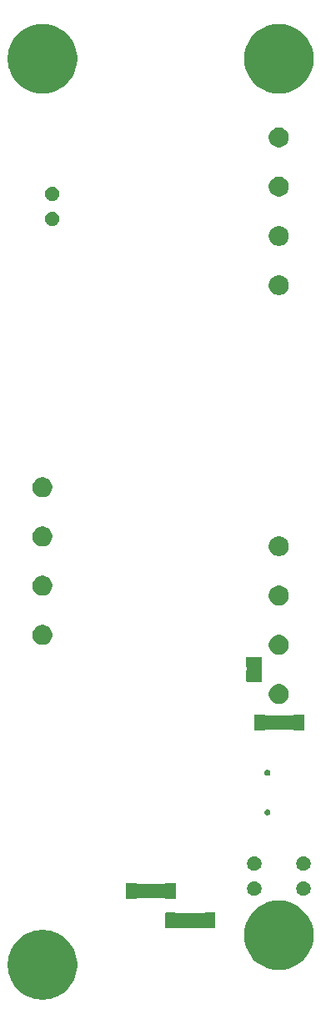
<source format=gbr>
%TF.GenerationSoftware,KiCad,Pcbnew,9.0.1*%
%TF.CreationDate,2025-04-20T11:30:14-04:00*%
%TF.ProjectId,ardentis,61726465-6e74-4697-932e-6b696361645f,A*%
%TF.SameCoordinates,Original*%
%TF.FileFunction,Soldermask,Bot*%
%TF.FilePolarity,Negative*%
%FSLAX46Y46*%
G04 Gerber Fmt 4.6, Leading zero omitted, Abs format (unit mm)*
G04 Created by KiCad (PCBNEW 9.0.1) date 2025-04-20 11:30:14*
%MOMM*%
%LPD*%
G01*
G04 APERTURE LIST*
G04 APERTURE END LIST*
G36*
X123019132Y-121500294D02*
G01*
X123359664Y-121568029D01*
X123691916Y-121668817D01*
X124012690Y-121801686D01*
X124318896Y-121965356D01*
X124607584Y-122158252D01*
X124875976Y-122378515D01*
X125121485Y-122624024D01*
X125341748Y-122892416D01*
X125534644Y-123181104D01*
X125698314Y-123487310D01*
X125831183Y-123808084D01*
X125931971Y-124140336D01*
X125999706Y-124480868D01*
X126033738Y-124826399D01*
X126033738Y-125173601D01*
X125999706Y-125519132D01*
X125931971Y-125859664D01*
X125831183Y-126191916D01*
X125698314Y-126512690D01*
X125534644Y-126818896D01*
X125341748Y-127107584D01*
X125121485Y-127375976D01*
X124875976Y-127621485D01*
X124607584Y-127841748D01*
X124318896Y-128034644D01*
X124012690Y-128198314D01*
X123691916Y-128331183D01*
X123359664Y-128431971D01*
X123019132Y-128499706D01*
X122673601Y-128533738D01*
X122326399Y-128533738D01*
X121980868Y-128499706D01*
X121640336Y-128431971D01*
X121308084Y-128331183D01*
X120987310Y-128198314D01*
X120681104Y-128034644D01*
X120392416Y-127841748D01*
X120124024Y-127621485D01*
X119878515Y-127375976D01*
X119658252Y-127107584D01*
X119465356Y-126818896D01*
X119301686Y-126512690D01*
X119168817Y-126191916D01*
X119068029Y-125859664D01*
X119000294Y-125519132D01*
X118966262Y-125173601D01*
X118966262Y-124826399D01*
X119000294Y-124480868D01*
X119068029Y-124140336D01*
X119168817Y-123808084D01*
X119301686Y-123487310D01*
X119465356Y-123181104D01*
X119658252Y-122892416D01*
X119878515Y-122624024D01*
X120124024Y-122378515D01*
X120392416Y-122158252D01*
X120681104Y-121965356D01*
X120987310Y-121801686D01*
X121308084Y-121668817D01*
X121640336Y-121568029D01*
X121980868Y-121500294D01*
X122326399Y-121466262D01*
X122673601Y-121466262D01*
X123019132Y-121500294D01*
G37*
G36*
X147019132Y-118500294D02*
G01*
X147359664Y-118568029D01*
X147691916Y-118668817D01*
X148012690Y-118801686D01*
X148318896Y-118965356D01*
X148607584Y-119158252D01*
X148875976Y-119378515D01*
X149121485Y-119624024D01*
X149341748Y-119892416D01*
X149534644Y-120181104D01*
X149698314Y-120487310D01*
X149831183Y-120808084D01*
X149931971Y-121140336D01*
X149999706Y-121480868D01*
X150033738Y-121826399D01*
X150033738Y-122173601D01*
X149999706Y-122519132D01*
X149931971Y-122859664D01*
X149831183Y-123191916D01*
X149698314Y-123512690D01*
X149534644Y-123818896D01*
X149341748Y-124107584D01*
X149121485Y-124375976D01*
X148875976Y-124621485D01*
X148607584Y-124841748D01*
X148318896Y-125034644D01*
X148012690Y-125198314D01*
X147691916Y-125331183D01*
X147359664Y-125431971D01*
X147019132Y-125499706D01*
X146673601Y-125533738D01*
X146326399Y-125533738D01*
X145980868Y-125499706D01*
X145640336Y-125431971D01*
X145308084Y-125331183D01*
X144987310Y-125198314D01*
X144681104Y-125034644D01*
X144392416Y-124841748D01*
X144124024Y-124621485D01*
X143878515Y-124375976D01*
X143658252Y-124107584D01*
X143465356Y-123818896D01*
X143301686Y-123512690D01*
X143168817Y-123191916D01*
X143068029Y-122859664D01*
X143000294Y-122519132D01*
X142966262Y-122173601D01*
X142966262Y-121826399D01*
X143000294Y-121480868D01*
X143068029Y-121140336D01*
X143168817Y-120808084D01*
X143301686Y-120487310D01*
X143465356Y-120181104D01*
X143658252Y-119892416D01*
X143878515Y-119624024D01*
X144124024Y-119378515D01*
X144392416Y-119158252D01*
X144681104Y-118965356D01*
X144987310Y-118801686D01*
X145308084Y-118668817D01*
X145640336Y-118568029D01*
X145980868Y-118500294D01*
X146326399Y-118466262D01*
X146673601Y-118466262D01*
X147019132Y-118500294D01*
G37*
G36*
X136030406Y-119719594D02*
G01*
X136035778Y-119726148D01*
X136038239Y-119729840D01*
X136038243Y-119729844D01*
X136043797Y-119738171D01*
X136065903Y-119750000D01*
X138934097Y-119750000D01*
X138956203Y-119738171D01*
X138959825Y-119732739D01*
X138959831Y-119732733D01*
X138964222Y-119726148D01*
X138991567Y-119707835D01*
X139000000Y-119707000D01*
X140000000Y-119707000D01*
X140030406Y-119719594D01*
X140037000Y-119735514D01*
X140040942Y-119740940D01*
X140041991Y-119747564D01*
X140043000Y-119750000D01*
X140043000Y-121250000D01*
X140030406Y-121280406D01*
X140014482Y-121287001D01*
X140009059Y-121290942D01*
X140002435Y-121291991D01*
X140000000Y-121293000D01*
X139996067Y-121293000D01*
X139007919Y-121293000D01*
X139000000Y-121293000D01*
X138969594Y-121280406D01*
X138964222Y-121273852D01*
X138961760Y-121270159D01*
X138961756Y-121270155D01*
X138956203Y-121261829D01*
X138934097Y-121250000D01*
X136065903Y-121250000D01*
X136043797Y-121261829D01*
X136040174Y-121267260D01*
X136040171Y-121267262D01*
X136035778Y-121273852D01*
X136008433Y-121292165D01*
X136000000Y-121293000D01*
X135995555Y-121293000D01*
X135007919Y-121293000D01*
X135000000Y-121293000D01*
X134969594Y-121280406D01*
X134962999Y-121264485D01*
X134959057Y-121259059D01*
X134958008Y-121252434D01*
X134957000Y-121250000D01*
X134957000Y-119750000D01*
X134969594Y-119719594D01*
X134985511Y-119713000D01*
X134990940Y-119709057D01*
X134997566Y-119708007D01*
X135000000Y-119707000D01*
X136000000Y-119707000D01*
X136030406Y-119719594D01*
G37*
G36*
X132030406Y-116719594D02*
G01*
X132035778Y-116726148D01*
X132038239Y-116729840D01*
X132038243Y-116729844D01*
X132043797Y-116738171D01*
X132065903Y-116750000D01*
X134934097Y-116750000D01*
X134956203Y-116738171D01*
X134959825Y-116732739D01*
X134959831Y-116732733D01*
X134964222Y-116726148D01*
X134991567Y-116707835D01*
X135000000Y-116707000D01*
X136000000Y-116707000D01*
X136030406Y-116719594D01*
X136037000Y-116735514D01*
X136040942Y-116740940D01*
X136041991Y-116747564D01*
X136043000Y-116750000D01*
X136043000Y-118250000D01*
X136030406Y-118280406D01*
X136014482Y-118287001D01*
X136009059Y-118290942D01*
X136002435Y-118291991D01*
X136000000Y-118293000D01*
X135996067Y-118293000D01*
X135007919Y-118293000D01*
X135000000Y-118293000D01*
X134969594Y-118280406D01*
X134964222Y-118273852D01*
X134961760Y-118270159D01*
X134961756Y-118270155D01*
X134956203Y-118261829D01*
X134934097Y-118250000D01*
X132065903Y-118250000D01*
X132043797Y-118261829D01*
X132040174Y-118267260D01*
X132040171Y-118267262D01*
X132035778Y-118273852D01*
X132008433Y-118292165D01*
X132000000Y-118293000D01*
X131995555Y-118293000D01*
X131007919Y-118293000D01*
X131000000Y-118293000D01*
X130969594Y-118280406D01*
X130962999Y-118264485D01*
X130959057Y-118259059D01*
X130958008Y-118252434D01*
X130957000Y-118250000D01*
X130957000Y-116750000D01*
X130969594Y-116719594D01*
X130985511Y-116713000D01*
X130990940Y-116709057D01*
X130997566Y-116708007D01*
X131000000Y-116707000D01*
X132000000Y-116707000D01*
X132030406Y-116719594D01*
G37*
G36*
X144214230Y-116543778D02*
G01*
X144347891Y-116599142D01*
X144468182Y-116679518D01*
X144570482Y-116781818D01*
X144650858Y-116902109D01*
X144706222Y-117035770D01*
X144734446Y-117177663D01*
X144734446Y-117322337D01*
X144706222Y-117464230D01*
X144650858Y-117597891D01*
X144570482Y-117718182D01*
X144468182Y-117820482D01*
X144347891Y-117900858D01*
X144214230Y-117956222D01*
X144072337Y-117984446D01*
X143927663Y-117984446D01*
X143785770Y-117956222D01*
X143652109Y-117900858D01*
X143531818Y-117820482D01*
X143429518Y-117718182D01*
X143349142Y-117597891D01*
X143293778Y-117464230D01*
X143265554Y-117322337D01*
X143265554Y-117177663D01*
X143293778Y-117035770D01*
X143349142Y-116902109D01*
X143429518Y-116781818D01*
X143531818Y-116679518D01*
X143652109Y-116599142D01*
X143785770Y-116543778D01*
X143927663Y-116515554D01*
X144072337Y-116515554D01*
X144214230Y-116543778D01*
G37*
G36*
X149214230Y-116543778D02*
G01*
X149347891Y-116599142D01*
X149468182Y-116679518D01*
X149570482Y-116781818D01*
X149650858Y-116902109D01*
X149706222Y-117035770D01*
X149734446Y-117177663D01*
X149734446Y-117322337D01*
X149706222Y-117464230D01*
X149650858Y-117597891D01*
X149570482Y-117718182D01*
X149468182Y-117820482D01*
X149347891Y-117900858D01*
X149214230Y-117956222D01*
X149072337Y-117984446D01*
X148927663Y-117984446D01*
X148785770Y-117956222D01*
X148652109Y-117900858D01*
X148531818Y-117820482D01*
X148429518Y-117718182D01*
X148349142Y-117597891D01*
X148293778Y-117464230D01*
X148265554Y-117322337D01*
X148265554Y-117177663D01*
X148293778Y-117035770D01*
X148349142Y-116902109D01*
X148429518Y-116781818D01*
X148531818Y-116679518D01*
X148652109Y-116599142D01*
X148785770Y-116543778D01*
X148927663Y-116515554D01*
X149072337Y-116515554D01*
X149214230Y-116543778D01*
G37*
G36*
X144214230Y-114003778D02*
G01*
X144347891Y-114059142D01*
X144468182Y-114139518D01*
X144570482Y-114241818D01*
X144650858Y-114362109D01*
X144706222Y-114495770D01*
X144734446Y-114637663D01*
X144734446Y-114782337D01*
X144706222Y-114924230D01*
X144650858Y-115057891D01*
X144570482Y-115178182D01*
X144468182Y-115280482D01*
X144347891Y-115360858D01*
X144214230Y-115416222D01*
X144072337Y-115444446D01*
X143927663Y-115444446D01*
X143785770Y-115416222D01*
X143652109Y-115360858D01*
X143531818Y-115280482D01*
X143429518Y-115178182D01*
X143349142Y-115057891D01*
X143293778Y-114924230D01*
X143265554Y-114782337D01*
X143265554Y-114637663D01*
X143293778Y-114495770D01*
X143349142Y-114362109D01*
X143429518Y-114241818D01*
X143531818Y-114139518D01*
X143652109Y-114059142D01*
X143785770Y-114003778D01*
X143927663Y-113975554D01*
X144072337Y-113975554D01*
X144214230Y-114003778D01*
G37*
G36*
X149214230Y-114003778D02*
G01*
X149347891Y-114059142D01*
X149468182Y-114139518D01*
X149570482Y-114241818D01*
X149650858Y-114362109D01*
X149706222Y-114495770D01*
X149734446Y-114637663D01*
X149734446Y-114782337D01*
X149706222Y-114924230D01*
X149650858Y-115057891D01*
X149570482Y-115178182D01*
X149468182Y-115280482D01*
X149347891Y-115360858D01*
X149214230Y-115416222D01*
X149072337Y-115444446D01*
X148927663Y-115444446D01*
X148785770Y-115416222D01*
X148652109Y-115360858D01*
X148531818Y-115280482D01*
X148429518Y-115178182D01*
X148349142Y-115057891D01*
X148293778Y-114924230D01*
X148265554Y-114782337D01*
X148265554Y-114637663D01*
X148293778Y-114495770D01*
X148349142Y-114362109D01*
X148429518Y-114241818D01*
X148531818Y-114139518D01*
X148652109Y-114059142D01*
X148785770Y-114003778D01*
X148927663Y-113975554D01*
X149072337Y-113975554D01*
X149214230Y-114003778D01*
G37*
G36*
X145469780Y-109210826D02*
G01*
X145540542Y-109251680D01*
X145598320Y-109309458D01*
X145639174Y-109380220D01*
X145660322Y-109459145D01*
X145660322Y-109540855D01*
X145639174Y-109619780D01*
X145598320Y-109690542D01*
X145540542Y-109748320D01*
X145469780Y-109789174D01*
X145390855Y-109810322D01*
X145309145Y-109810322D01*
X145230220Y-109789174D01*
X145159458Y-109748320D01*
X145101680Y-109690542D01*
X145060826Y-109619780D01*
X145039678Y-109540855D01*
X145039678Y-109459145D01*
X145060826Y-109380220D01*
X145101680Y-109309458D01*
X145159458Y-109251680D01*
X145230220Y-109210826D01*
X145309145Y-109189678D01*
X145390855Y-109189678D01*
X145469780Y-109210826D01*
G37*
G36*
X145469780Y-105210826D02*
G01*
X145540542Y-105251680D01*
X145598320Y-105309458D01*
X145639174Y-105380220D01*
X145660322Y-105459145D01*
X145660322Y-105540855D01*
X145639174Y-105619780D01*
X145598320Y-105690542D01*
X145540542Y-105748320D01*
X145469780Y-105789174D01*
X145390855Y-105810322D01*
X145309145Y-105810322D01*
X145230220Y-105789174D01*
X145159458Y-105748320D01*
X145101680Y-105690542D01*
X145060826Y-105619780D01*
X145039678Y-105540855D01*
X145039678Y-105459145D01*
X145060826Y-105380220D01*
X145101680Y-105309458D01*
X145159458Y-105251680D01*
X145230220Y-105210826D01*
X145309145Y-105189678D01*
X145390855Y-105189678D01*
X145469780Y-105210826D01*
G37*
G36*
X145080406Y-99619594D02*
G01*
X145085778Y-99626148D01*
X145088239Y-99629840D01*
X145088243Y-99629844D01*
X145093797Y-99638171D01*
X145115903Y-99650000D01*
X147984097Y-99650000D01*
X148006203Y-99638171D01*
X148009825Y-99632739D01*
X148009831Y-99632733D01*
X148014222Y-99626148D01*
X148041567Y-99607835D01*
X148050000Y-99607000D01*
X149050000Y-99607000D01*
X149080406Y-99619594D01*
X149087000Y-99635514D01*
X149090942Y-99640940D01*
X149091991Y-99647564D01*
X149093000Y-99650000D01*
X149093000Y-101150000D01*
X149080406Y-101180406D01*
X149064482Y-101187001D01*
X149059059Y-101190942D01*
X149052435Y-101191991D01*
X149050000Y-101193000D01*
X149046067Y-101193000D01*
X148057919Y-101193000D01*
X148050000Y-101193000D01*
X148019594Y-101180406D01*
X148014222Y-101173852D01*
X148011760Y-101170159D01*
X148011756Y-101170155D01*
X148006203Y-101161829D01*
X147984097Y-101150000D01*
X145115903Y-101150000D01*
X145093797Y-101161829D01*
X145090174Y-101167260D01*
X145090171Y-101167262D01*
X145085778Y-101173852D01*
X145058433Y-101192165D01*
X145050000Y-101193000D01*
X145045555Y-101193000D01*
X144057919Y-101193000D01*
X144050000Y-101193000D01*
X144019594Y-101180406D01*
X144012999Y-101164485D01*
X144009057Y-101159059D01*
X144008008Y-101152434D01*
X144007000Y-101150000D01*
X144007000Y-99650000D01*
X144019594Y-99619594D01*
X144035511Y-99613000D01*
X144040940Y-99609057D01*
X144047566Y-99608007D01*
X144050000Y-99607000D01*
X145050000Y-99607000D01*
X145080406Y-99619594D01*
G37*
G36*
X146794058Y-96530619D02*
G01*
X146977525Y-96606614D01*
X147142640Y-96716940D01*
X147283060Y-96857360D01*
X147393386Y-97022475D01*
X147469381Y-97205942D01*
X147508122Y-97400709D01*
X147508122Y-97599291D01*
X147469381Y-97794058D01*
X147393386Y-97977525D01*
X147283060Y-98142640D01*
X147142640Y-98283060D01*
X146977525Y-98393386D01*
X146794058Y-98469381D01*
X146599291Y-98508122D01*
X146400709Y-98508122D01*
X146205942Y-98469381D01*
X146022475Y-98393386D01*
X145857360Y-98283060D01*
X145716940Y-98142640D01*
X145606614Y-97977525D01*
X145530619Y-97794058D01*
X145491878Y-97599291D01*
X145491878Y-97400709D01*
X145530619Y-97205942D01*
X145606614Y-97022475D01*
X145716940Y-96857360D01*
X145857360Y-96716940D01*
X146022475Y-96606614D01*
X146205942Y-96530619D01*
X146400709Y-96491878D01*
X146599291Y-96491878D01*
X146794058Y-96530619D01*
G37*
G36*
X144780406Y-93744594D02*
G01*
X144787000Y-93760514D01*
X144790942Y-93765940D01*
X144791991Y-93772564D01*
X144793000Y-93775000D01*
X144793000Y-94775000D01*
X144780406Y-94805406D01*
X144773852Y-94810778D01*
X144761835Y-94818789D01*
X144750000Y-94840896D01*
X144750000Y-95014883D01*
X144766046Y-95037933D01*
X144772742Y-95042418D01*
X144775059Y-95043276D01*
X144775894Y-95044528D01*
X144785778Y-95051148D01*
X144790329Y-95066180D01*
X144791568Y-95068038D01*
X144792132Y-95072136D01*
X144793000Y-95075000D01*
X144793000Y-96225000D01*
X144780406Y-96255406D01*
X144764482Y-96262001D01*
X144759059Y-96265942D01*
X144752435Y-96266991D01*
X144750000Y-96268000D01*
X144746067Y-96268000D01*
X143257919Y-96268000D01*
X143250000Y-96268000D01*
X143219594Y-96255406D01*
X143212999Y-96239485D01*
X143209057Y-96234059D01*
X143208008Y-96227434D01*
X143207000Y-96225000D01*
X143207000Y-95075000D01*
X143219594Y-95044594D01*
X143235510Y-95038001D01*
X143239101Y-95035393D01*
X143250000Y-95014002D01*
X143250000Y-94840896D01*
X143238164Y-94818789D01*
X143226148Y-94810778D01*
X143207835Y-94783433D01*
X143207000Y-94775000D01*
X143207000Y-93775000D01*
X143219594Y-93744594D01*
X143235511Y-93738000D01*
X143240940Y-93734057D01*
X143247566Y-93733007D01*
X143250000Y-93732000D01*
X144750000Y-93732000D01*
X144780406Y-93744594D01*
G37*
G36*
X146794058Y-91530619D02*
G01*
X146977525Y-91606614D01*
X147142640Y-91716940D01*
X147283060Y-91857360D01*
X147393386Y-92022475D01*
X147469381Y-92205942D01*
X147508122Y-92400709D01*
X147508122Y-92599291D01*
X147469381Y-92794058D01*
X147393386Y-92977525D01*
X147283060Y-93142640D01*
X147142640Y-93283060D01*
X146977525Y-93393386D01*
X146794058Y-93469381D01*
X146599291Y-93508122D01*
X146400709Y-93508122D01*
X146205942Y-93469381D01*
X146022475Y-93393386D01*
X145857360Y-93283060D01*
X145716940Y-93142640D01*
X145606614Y-92977525D01*
X145530619Y-92794058D01*
X145491878Y-92599291D01*
X145491878Y-92400709D01*
X145530619Y-92205942D01*
X145606614Y-92022475D01*
X145716940Y-91857360D01*
X145857360Y-91716940D01*
X146022475Y-91606614D01*
X146205942Y-91530619D01*
X146400709Y-91491878D01*
X146599291Y-91491878D01*
X146794058Y-91530619D01*
G37*
G36*
X122794058Y-90530619D02*
G01*
X122977525Y-90606614D01*
X123142640Y-90716940D01*
X123283060Y-90857360D01*
X123393386Y-91022475D01*
X123469381Y-91205942D01*
X123508122Y-91400709D01*
X123508122Y-91599291D01*
X123469381Y-91794058D01*
X123393386Y-91977525D01*
X123283060Y-92142640D01*
X123142640Y-92283060D01*
X122977525Y-92393386D01*
X122794058Y-92469381D01*
X122599291Y-92508122D01*
X122400709Y-92508122D01*
X122205942Y-92469381D01*
X122022475Y-92393386D01*
X121857360Y-92283060D01*
X121716940Y-92142640D01*
X121606614Y-91977525D01*
X121530619Y-91794058D01*
X121491878Y-91599291D01*
X121491878Y-91400709D01*
X121530619Y-91205942D01*
X121606614Y-91022475D01*
X121716940Y-90857360D01*
X121857360Y-90716940D01*
X122022475Y-90606614D01*
X122205942Y-90530619D01*
X122400709Y-90491878D01*
X122599291Y-90491878D01*
X122794058Y-90530619D01*
G37*
G36*
X146794058Y-86530619D02*
G01*
X146977525Y-86606614D01*
X147142640Y-86716940D01*
X147283060Y-86857360D01*
X147393386Y-87022475D01*
X147469381Y-87205942D01*
X147508122Y-87400709D01*
X147508122Y-87599291D01*
X147469381Y-87794058D01*
X147393386Y-87977525D01*
X147283060Y-88142640D01*
X147142640Y-88283060D01*
X146977525Y-88393386D01*
X146794058Y-88469381D01*
X146599291Y-88508122D01*
X146400709Y-88508122D01*
X146205942Y-88469381D01*
X146022475Y-88393386D01*
X145857360Y-88283060D01*
X145716940Y-88142640D01*
X145606614Y-87977525D01*
X145530619Y-87794058D01*
X145491878Y-87599291D01*
X145491878Y-87400709D01*
X145530619Y-87205942D01*
X145606614Y-87022475D01*
X145716940Y-86857360D01*
X145857360Y-86716940D01*
X146022475Y-86606614D01*
X146205942Y-86530619D01*
X146400709Y-86491878D01*
X146599291Y-86491878D01*
X146794058Y-86530619D01*
G37*
G36*
X122794058Y-85530619D02*
G01*
X122977525Y-85606614D01*
X123142640Y-85716940D01*
X123283060Y-85857360D01*
X123393386Y-86022475D01*
X123469381Y-86205942D01*
X123508122Y-86400709D01*
X123508122Y-86599291D01*
X123469381Y-86794058D01*
X123393386Y-86977525D01*
X123283060Y-87142640D01*
X123142640Y-87283060D01*
X122977525Y-87393386D01*
X122794058Y-87469381D01*
X122599291Y-87508122D01*
X122400709Y-87508122D01*
X122205942Y-87469381D01*
X122022475Y-87393386D01*
X121857360Y-87283060D01*
X121716940Y-87142640D01*
X121606614Y-86977525D01*
X121530619Y-86794058D01*
X121491878Y-86599291D01*
X121491878Y-86400709D01*
X121530619Y-86205942D01*
X121606614Y-86022475D01*
X121716940Y-85857360D01*
X121857360Y-85716940D01*
X122022475Y-85606614D01*
X122205942Y-85530619D01*
X122400709Y-85491878D01*
X122599291Y-85491878D01*
X122794058Y-85530619D01*
G37*
G36*
X146794058Y-81530619D02*
G01*
X146977525Y-81606614D01*
X147142640Y-81716940D01*
X147283060Y-81857360D01*
X147393386Y-82022475D01*
X147469381Y-82205942D01*
X147508122Y-82400709D01*
X147508122Y-82599291D01*
X147469381Y-82794058D01*
X147393386Y-82977525D01*
X147283060Y-83142640D01*
X147142640Y-83283060D01*
X146977525Y-83393386D01*
X146794058Y-83469381D01*
X146599291Y-83508122D01*
X146400709Y-83508122D01*
X146205942Y-83469381D01*
X146022475Y-83393386D01*
X145857360Y-83283060D01*
X145716940Y-83142640D01*
X145606614Y-82977525D01*
X145530619Y-82794058D01*
X145491878Y-82599291D01*
X145491878Y-82400709D01*
X145530619Y-82205942D01*
X145606614Y-82022475D01*
X145716940Y-81857360D01*
X145857360Y-81716940D01*
X146022475Y-81606614D01*
X146205942Y-81530619D01*
X146400709Y-81491878D01*
X146599291Y-81491878D01*
X146794058Y-81530619D01*
G37*
G36*
X122794058Y-80530619D02*
G01*
X122977525Y-80606614D01*
X123142640Y-80716940D01*
X123283060Y-80857360D01*
X123393386Y-81022475D01*
X123469381Y-81205942D01*
X123508122Y-81400709D01*
X123508122Y-81599291D01*
X123469381Y-81794058D01*
X123393386Y-81977525D01*
X123283060Y-82142640D01*
X123142640Y-82283060D01*
X122977525Y-82393386D01*
X122794058Y-82469381D01*
X122599291Y-82508122D01*
X122400709Y-82508122D01*
X122205942Y-82469381D01*
X122022475Y-82393386D01*
X121857360Y-82283060D01*
X121716940Y-82142640D01*
X121606614Y-81977525D01*
X121530619Y-81794058D01*
X121491878Y-81599291D01*
X121491878Y-81400709D01*
X121530619Y-81205942D01*
X121606614Y-81022475D01*
X121716940Y-80857360D01*
X121857360Y-80716940D01*
X122022475Y-80606614D01*
X122205942Y-80530619D01*
X122400709Y-80491878D01*
X122599291Y-80491878D01*
X122794058Y-80530619D01*
G37*
G36*
X122794058Y-75530619D02*
G01*
X122977525Y-75606614D01*
X123142640Y-75716940D01*
X123283060Y-75857360D01*
X123393386Y-76022475D01*
X123469381Y-76205942D01*
X123508122Y-76400709D01*
X123508122Y-76599291D01*
X123469381Y-76794058D01*
X123393386Y-76977525D01*
X123283060Y-77142640D01*
X123142640Y-77283060D01*
X122977525Y-77393386D01*
X122794058Y-77469381D01*
X122599291Y-77508122D01*
X122400709Y-77508122D01*
X122205942Y-77469381D01*
X122022475Y-77393386D01*
X121857360Y-77283060D01*
X121716940Y-77142640D01*
X121606614Y-76977525D01*
X121530619Y-76794058D01*
X121491878Y-76599291D01*
X121491878Y-76400709D01*
X121530619Y-76205942D01*
X121606614Y-76022475D01*
X121716940Y-75857360D01*
X121857360Y-75716940D01*
X122022475Y-75606614D01*
X122205942Y-75530619D01*
X122400709Y-75491878D01*
X122599291Y-75491878D01*
X122794058Y-75530619D01*
G37*
G36*
X146794058Y-55030619D02*
G01*
X146977525Y-55106614D01*
X147142640Y-55216940D01*
X147283060Y-55357360D01*
X147393386Y-55522475D01*
X147469381Y-55705942D01*
X147508122Y-55900709D01*
X147508122Y-56099291D01*
X147469381Y-56294058D01*
X147393386Y-56477525D01*
X147283060Y-56642640D01*
X147142640Y-56783060D01*
X146977525Y-56893386D01*
X146794058Y-56969381D01*
X146599291Y-57008122D01*
X146400709Y-57008122D01*
X146205942Y-56969381D01*
X146022475Y-56893386D01*
X145857360Y-56783060D01*
X145716940Y-56642640D01*
X145606614Y-56477525D01*
X145530619Y-56294058D01*
X145491878Y-56099291D01*
X145491878Y-55900709D01*
X145530619Y-55705942D01*
X145606614Y-55522475D01*
X145716940Y-55357360D01*
X145857360Y-55216940D01*
X146022475Y-55106614D01*
X146205942Y-55030619D01*
X146400709Y-54991878D01*
X146599291Y-54991878D01*
X146794058Y-55030619D01*
G37*
G36*
X146794058Y-50030619D02*
G01*
X146977525Y-50106614D01*
X147142640Y-50216940D01*
X147283060Y-50357360D01*
X147393386Y-50522475D01*
X147469381Y-50705942D01*
X147508122Y-50900709D01*
X147508122Y-51099291D01*
X147469381Y-51294058D01*
X147393386Y-51477525D01*
X147283060Y-51642640D01*
X147142640Y-51783060D01*
X146977525Y-51893386D01*
X146794058Y-51969381D01*
X146599291Y-52008122D01*
X146400709Y-52008122D01*
X146205942Y-51969381D01*
X146022475Y-51893386D01*
X145857360Y-51783060D01*
X145716940Y-51642640D01*
X145606614Y-51477525D01*
X145530619Y-51294058D01*
X145491878Y-51099291D01*
X145491878Y-50900709D01*
X145530619Y-50705942D01*
X145606614Y-50522475D01*
X145716940Y-50357360D01*
X145857360Y-50216940D01*
X146022475Y-50106614D01*
X146205942Y-50030619D01*
X146400709Y-49991878D01*
X146599291Y-49991878D01*
X146794058Y-50030619D01*
G37*
G36*
X123714230Y-48543778D02*
G01*
X123847891Y-48599142D01*
X123968182Y-48679518D01*
X124070482Y-48781818D01*
X124150858Y-48902109D01*
X124206222Y-49035770D01*
X124234446Y-49177663D01*
X124234446Y-49322337D01*
X124206222Y-49464230D01*
X124150858Y-49597891D01*
X124070482Y-49718182D01*
X123968182Y-49820482D01*
X123847891Y-49900858D01*
X123714230Y-49956222D01*
X123572337Y-49984446D01*
X123427663Y-49984446D01*
X123285770Y-49956222D01*
X123152109Y-49900858D01*
X123031818Y-49820482D01*
X122929518Y-49718182D01*
X122849142Y-49597891D01*
X122793778Y-49464230D01*
X122765554Y-49322337D01*
X122765554Y-49177663D01*
X122793778Y-49035770D01*
X122849142Y-48902109D01*
X122929518Y-48781818D01*
X123031818Y-48679518D01*
X123152109Y-48599142D01*
X123285770Y-48543778D01*
X123427663Y-48515554D01*
X123572337Y-48515554D01*
X123714230Y-48543778D01*
G37*
G36*
X123714230Y-46003778D02*
G01*
X123847891Y-46059142D01*
X123968182Y-46139518D01*
X124070482Y-46241818D01*
X124150858Y-46362109D01*
X124206222Y-46495770D01*
X124234446Y-46637663D01*
X124234446Y-46782337D01*
X124206222Y-46924230D01*
X124150858Y-47057891D01*
X124070482Y-47178182D01*
X123968182Y-47280482D01*
X123847891Y-47360858D01*
X123714230Y-47416222D01*
X123572337Y-47444446D01*
X123427663Y-47444446D01*
X123285770Y-47416222D01*
X123152109Y-47360858D01*
X123031818Y-47280482D01*
X122929518Y-47178182D01*
X122849142Y-47057891D01*
X122793778Y-46924230D01*
X122765554Y-46782337D01*
X122765554Y-46637663D01*
X122793778Y-46495770D01*
X122849142Y-46362109D01*
X122929518Y-46241818D01*
X123031818Y-46139518D01*
X123152109Y-46059142D01*
X123285770Y-46003778D01*
X123427663Y-45975554D01*
X123572337Y-45975554D01*
X123714230Y-46003778D01*
G37*
G36*
X146794058Y-45030619D02*
G01*
X146977525Y-45106614D01*
X147142640Y-45216940D01*
X147283060Y-45357360D01*
X147393386Y-45522475D01*
X147469381Y-45705942D01*
X147508122Y-45900709D01*
X147508122Y-46099291D01*
X147469381Y-46294058D01*
X147393386Y-46477525D01*
X147283060Y-46642640D01*
X147142640Y-46783060D01*
X146977525Y-46893386D01*
X146794058Y-46969381D01*
X146599291Y-47008122D01*
X146400709Y-47008122D01*
X146205942Y-46969381D01*
X146022475Y-46893386D01*
X145857360Y-46783060D01*
X145716940Y-46642640D01*
X145606614Y-46477525D01*
X145530619Y-46294058D01*
X145491878Y-46099291D01*
X145491878Y-45900709D01*
X145530619Y-45705942D01*
X145606614Y-45522475D01*
X145716940Y-45357360D01*
X145857360Y-45216940D01*
X146022475Y-45106614D01*
X146205942Y-45030619D01*
X146400709Y-44991878D01*
X146599291Y-44991878D01*
X146794058Y-45030619D01*
G37*
G36*
X146794058Y-40030619D02*
G01*
X146977525Y-40106614D01*
X147142640Y-40216940D01*
X147283060Y-40357360D01*
X147393386Y-40522475D01*
X147469381Y-40705942D01*
X147508122Y-40900709D01*
X147508122Y-41099291D01*
X147469381Y-41294058D01*
X147393386Y-41477525D01*
X147283060Y-41642640D01*
X147142640Y-41783060D01*
X146977525Y-41893386D01*
X146794058Y-41969381D01*
X146599291Y-42008122D01*
X146400709Y-42008122D01*
X146205942Y-41969381D01*
X146022475Y-41893386D01*
X145857360Y-41783060D01*
X145716940Y-41642640D01*
X145606614Y-41477525D01*
X145530619Y-41294058D01*
X145491878Y-41099291D01*
X145491878Y-40900709D01*
X145530619Y-40705942D01*
X145606614Y-40522475D01*
X145716940Y-40357360D01*
X145857360Y-40216940D01*
X146022475Y-40106614D01*
X146205942Y-40030619D01*
X146400709Y-39991878D01*
X146599291Y-39991878D01*
X146794058Y-40030619D01*
G37*
G36*
X123019132Y-29500294D02*
G01*
X123359664Y-29568029D01*
X123691916Y-29668817D01*
X124012690Y-29801686D01*
X124318896Y-29965356D01*
X124607584Y-30158252D01*
X124875976Y-30378515D01*
X125121485Y-30624024D01*
X125341748Y-30892416D01*
X125534644Y-31181104D01*
X125698314Y-31487310D01*
X125831183Y-31808084D01*
X125931971Y-32140336D01*
X125999706Y-32480868D01*
X126033738Y-32826399D01*
X126033738Y-33173601D01*
X125999706Y-33519132D01*
X125931971Y-33859664D01*
X125831183Y-34191916D01*
X125698314Y-34512690D01*
X125534644Y-34818896D01*
X125341748Y-35107584D01*
X125121485Y-35375976D01*
X124875976Y-35621485D01*
X124607584Y-35841748D01*
X124318896Y-36034644D01*
X124012690Y-36198314D01*
X123691916Y-36331183D01*
X123359664Y-36431971D01*
X123019132Y-36499706D01*
X122673601Y-36533738D01*
X122326399Y-36533738D01*
X121980868Y-36499706D01*
X121640336Y-36431971D01*
X121308084Y-36331183D01*
X120987310Y-36198314D01*
X120681104Y-36034644D01*
X120392416Y-35841748D01*
X120124024Y-35621485D01*
X119878515Y-35375976D01*
X119658252Y-35107584D01*
X119465356Y-34818896D01*
X119301686Y-34512690D01*
X119168817Y-34191916D01*
X119068029Y-33859664D01*
X119000294Y-33519132D01*
X118966262Y-33173601D01*
X118966262Y-32826399D01*
X119000294Y-32480868D01*
X119068029Y-32140336D01*
X119168817Y-31808084D01*
X119301686Y-31487310D01*
X119465356Y-31181104D01*
X119658252Y-30892416D01*
X119878515Y-30624024D01*
X120124024Y-30378515D01*
X120392416Y-30158252D01*
X120681104Y-29965356D01*
X120987310Y-29801686D01*
X121308084Y-29668817D01*
X121640336Y-29568029D01*
X121980868Y-29500294D01*
X122326399Y-29466262D01*
X122673601Y-29466262D01*
X123019132Y-29500294D01*
G37*
G36*
X147019132Y-29500294D02*
G01*
X147359664Y-29568029D01*
X147691916Y-29668817D01*
X148012690Y-29801686D01*
X148318896Y-29965356D01*
X148607584Y-30158252D01*
X148875976Y-30378515D01*
X149121485Y-30624024D01*
X149341748Y-30892416D01*
X149534644Y-31181104D01*
X149698314Y-31487310D01*
X149831183Y-31808084D01*
X149931971Y-32140336D01*
X149999706Y-32480868D01*
X150033738Y-32826399D01*
X150033738Y-33173601D01*
X149999706Y-33519132D01*
X149931971Y-33859664D01*
X149831183Y-34191916D01*
X149698314Y-34512690D01*
X149534644Y-34818896D01*
X149341748Y-35107584D01*
X149121485Y-35375976D01*
X148875976Y-35621485D01*
X148607584Y-35841748D01*
X148318896Y-36034644D01*
X148012690Y-36198314D01*
X147691916Y-36331183D01*
X147359664Y-36431971D01*
X147019132Y-36499706D01*
X146673601Y-36533738D01*
X146326399Y-36533738D01*
X145980868Y-36499706D01*
X145640336Y-36431971D01*
X145308084Y-36331183D01*
X144987310Y-36198314D01*
X144681104Y-36034644D01*
X144392416Y-35841748D01*
X144124024Y-35621485D01*
X143878515Y-35375976D01*
X143658252Y-35107584D01*
X143465356Y-34818896D01*
X143301686Y-34512690D01*
X143168817Y-34191916D01*
X143068029Y-33859664D01*
X143000294Y-33519132D01*
X142966262Y-33173601D01*
X142966262Y-32826399D01*
X143000294Y-32480868D01*
X143068029Y-32140336D01*
X143168817Y-31808084D01*
X143301686Y-31487310D01*
X143465356Y-31181104D01*
X143658252Y-30892416D01*
X143878515Y-30624024D01*
X144124024Y-30378515D01*
X144392416Y-30158252D01*
X144681104Y-29965356D01*
X144987310Y-29801686D01*
X145308084Y-29668817D01*
X145640336Y-29568029D01*
X145980868Y-29500294D01*
X146326399Y-29466262D01*
X146673601Y-29466262D01*
X147019132Y-29500294D01*
G37*
M02*

</source>
